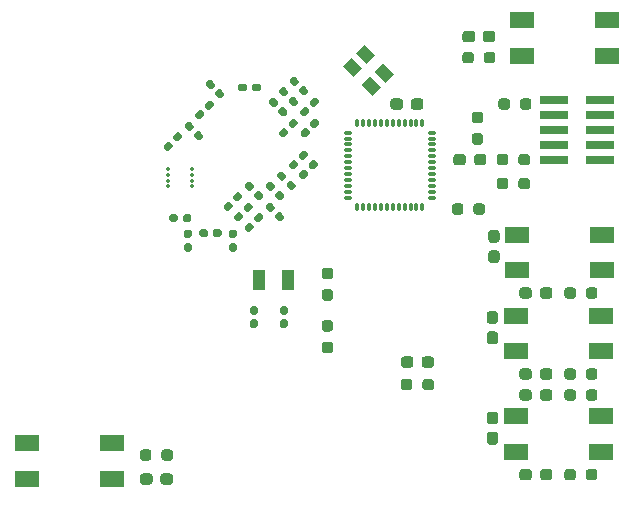
<source format=gbr>
%TF.GenerationSoftware,KiCad,Pcbnew,(5.1.9)-1*%
%TF.CreationDate,2021-09-23T16:30:07-05:00*%
%TF.ProjectId,zigbeeCape,7a696762-6565-4436-9170-652e6b696361,rev?*%
%TF.SameCoordinates,Original*%
%TF.FileFunction,Paste,Top*%
%TF.FilePolarity,Positive*%
%FSLAX46Y46*%
G04 Gerber Fmt 4.6, Leading zero omitted, Abs format (unit mm)*
G04 Created by KiCad (PCBNEW (5.1.9)-1) date 2021-09-23 16:30:07*
%MOMM*%
%LPD*%
G01*
G04 APERTURE LIST*
%ADD10O,0.300000X0.750000*%
%ADD11O,0.750000X0.300000*%
%ADD12R,2.400046X0.739902*%
%ADD13C,0.100000*%
%ADD14R,2.000000X1.400000*%
%ADD15O,0.400000X0.300000*%
%ADD16R,1.000000X1.800000*%
G04 APERTURE END LIST*
D10*
%TO.C,U1*%
X38860000Y37985000D03*
X39360000Y37985000D03*
X39860000Y37985000D03*
X40360000Y37985000D03*
X40860000Y37985000D03*
X41360000Y37985000D03*
X41860000Y37985000D03*
X42360000Y37985000D03*
X42860000Y37985000D03*
X43360000Y37985000D03*
X43860000Y37985000D03*
X44360000Y37985000D03*
D11*
X45135000Y37210000D03*
X45135000Y36710000D03*
X45135000Y36210000D03*
X45135000Y35710000D03*
X45135000Y35210000D03*
X45135000Y34710000D03*
X45135000Y34210000D03*
X45135000Y33710000D03*
X45135000Y33210000D03*
X45135000Y32710000D03*
X45135000Y32210000D03*
X45135000Y31710000D03*
D10*
X44360000Y30935000D03*
X43860000Y30935000D03*
X43360000Y30935000D03*
X42860000Y30935000D03*
X42360000Y30935000D03*
X41860000Y30935000D03*
X41360000Y30935000D03*
X40860000Y30935000D03*
X40360000Y30935000D03*
X39860000Y30935000D03*
X39360000Y30935000D03*
X38860000Y30935000D03*
D11*
X38085000Y31710000D03*
X38085000Y32210000D03*
X38085000Y32710000D03*
X38085000Y33210000D03*
X38085000Y33710000D03*
X38085000Y34210000D03*
X38085000Y34710000D03*
X38085000Y35210000D03*
X38085000Y35710000D03*
X38085000Y36210000D03*
X38085000Y36710000D03*
X38085000Y37210000D03*
%TD*%
%TO.C,C14*%
G36*
G01*
X29944000Y21390000D02*
X30254000Y21390000D01*
G75*
G02*
X30409000Y21235000I0J-155000D01*
G01*
X30409000Y20810000D01*
G75*
G02*
X30254000Y20655000I-155000J0D01*
G01*
X29944000Y20655000D01*
G75*
G02*
X29789000Y20810000I0J155000D01*
G01*
X29789000Y21235000D01*
G75*
G02*
X29944000Y21390000I155000J0D01*
G01*
G37*
G36*
G01*
X29944000Y22525000D02*
X30254000Y22525000D01*
G75*
G02*
X30409000Y22370000I0J-155000D01*
G01*
X30409000Y21945000D01*
G75*
G02*
X30254000Y21790000I-155000J0D01*
G01*
X29944000Y21790000D01*
G75*
G02*
X29789000Y21945000I0J155000D01*
G01*
X29789000Y22370000D01*
G75*
G02*
X29944000Y22525000I155000J0D01*
G01*
G37*
%TD*%
%TO.C,C12*%
G36*
G01*
X32484000Y21390000D02*
X32794000Y21390000D01*
G75*
G02*
X32949000Y21235000I0J-155000D01*
G01*
X32949000Y20810000D01*
G75*
G02*
X32794000Y20655000I-155000J0D01*
G01*
X32484000Y20655000D01*
G75*
G02*
X32329000Y20810000I0J155000D01*
G01*
X32329000Y21235000D01*
G75*
G02*
X32484000Y21390000I155000J0D01*
G01*
G37*
G36*
G01*
X32484000Y22525000D02*
X32794000Y22525000D01*
G75*
G02*
X32949000Y22370000I0J-155000D01*
G01*
X32949000Y21945000D01*
G75*
G02*
X32794000Y21790000I-155000J0D01*
G01*
X32484000Y21790000D01*
G75*
G02*
X32329000Y21945000I0J155000D01*
G01*
X32329000Y22370000D01*
G75*
G02*
X32484000Y22525000I155000J0D01*
G01*
G37*
%TD*%
D12*
%TO.C,J1*%
X55504080Y34876994D03*
X59403996Y34876994D03*
X55504080Y36146994D03*
X59403996Y36146994D03*
X55504080Y37416994D03*
X59403996Y37416994D03*
X55504080Y38686740D03*
X59403996Y38686994D03*
X55504080Y39956990D03*
X59403996Y39956740D03*
%TD*%
%TO.C,C5*%
G36*
G01*
X41653000Y39386500D02*
X41653000Y39861500D01*
G75*
G02*
X41890500Y40099000I237500J0D01*
G01*
X42490500Y40099000D01*
G75*
G02*
X42728000Y39861500I0J-237500D01*
G01*
X42728000Y39386500D01*
G75*
G02*
X42490500Y39149000I-237500J0D01*
G01*
X41890500Y39149000D01*
G75*
G02*
X41653000Y39386500I0J237500D01*
G01*
G37*
G36*
G01*
X43378000Y39386500D02*
X43378000Y39861500D01*
G75*
G02*
X43615500Y40099000I237500J0D01*
G01*
X44215500Y40099000D01*
G75*
G02*
X44453000Y39861500I0J-237500D01*
G01*
X44453000Y39386500D01*
G75*
G02*
X44215500Y39149000I-237500J0D01*
G01*
X43615500Y39149000D01*
G75*
G02*
X43378000Y39386500I0J237500D01*
G01*
G37*
%TD*%
%TO.C,L12*%
G36*
G01*
X26226000Y28862000D02*
X26226000Y28542000D01*
G75*
G02*
X26066000Y28382000I-160000J0D01*
G01*
X25621000Y28382000D01*
G75*
G02*
X25461000Y28542000I0J160000D01*
G01*
X25461000Y28862000D01*
G75*
G02*
X25621000Y29022000I160000J0D01*
G01*
X26066000Y29022000D01*
G75*
G02*
X26226000Y28862000I0J-160000D01*
G01*
G37*
G36*
G01*
X27371000Y28862000D02*
X27371000Y28542000D01*
G75*
G02*
X27211000Y28382000I-160000J0D01*
G01*
X26766000Y28382000D01*
G75*
G02*
X26606000Y28542000I0J160000D01*
G01*
X26606000Y28862000D01*
G75*
G02*
X26766000Y29022000I160000J0D01*
G01*
X27211000Y29022000D01*
G75*
G02*
X27371000Y28862000I0J-160000D01*
G01*
G37*
%TD*%
%TO.C,L11*%
G36*
G01*
X29851512Y29569786D02*
X30077786Y29343512D01*
G75*
G02*
X30077786Y29117238I-113137J-113137D01*
G01*
X29763124Y28802576D01*
G75*
G02*
X29536850Y28802576I-113137J113137D01*
G01*
X29310576Y29028850D01*
G75*
G02*
X29310576Y29255124I113137J113137D01*
G01*
X29625238Y29569786D01*
G75*
G02*
X29851512Y29569786I113137J-113137D01*
G01*
G37*
G36*
G01*
X30661150Y30379424D02*
X30887424Y30153150D01*
G75*
G02*
X30887424Y29926876I-113137J-113137D01*
G01*
X30572762Y29612214D01*
G75*
G02*
X30346488Y29612214I-113137J113137D01*
G01*
X30120214Y29838488D01*
G75*
G02*
X30120214Y30064762I113137J113137D01*
G01*
X30434876Y30379424D01*
G75*
G02*
X30661150Y30379424I113137J-113137D01*
G01*
G37*
%TD*%
%TO.C,L9*%
G36*
G01*
X30120214Y32010512D02*
X30346488Y32236786D01*
G75*
G02*
X30572762Y32236786I113137J-113137D01*
G01*
X30887424Y31922124D01*
G75*
G02*
X30887424Y31695850I-113137J-113137D01*
G01*
X30661150Y31469576D01*
G75*
G02*
X30434876Y31469576I-113137J113137D01*
G01*
X30120214Y31784238D01*
G75*
G02*
X30120214Y32010512I113137J113137D01*
G01*
G37*
G36*
G01*
X29310576Y32820150D02*
X29536850Y33046424D01*
G75*
G02*
X29763124Y33046424I113137J-113137D01*
G01*
X30077786Y32731762D01*
G75*
G02*
X30077786Y32505488I-113137J-113137D01*
G01*
X29851512Y32279214D01*
G75*
G02*
X29625238Y32279214I-113137J113137D01*
G01*
X29310576Y32593876D01*
G75*
G02*
X29310576Y32820150I113137J113137D01*
G01*
G37*
%TD*%
%TO.C,L8*%
G36*
G01*
X31898214Y32010512D02*
X32124488Y32236786D01*
G75*
G02*
X32350762Y32236786I113137J-113137D01*
G01*
X32665424Y31922124D01*
G75*
G02*
X32665424Y31695850I-113137J-113137D01*
G01*
X32439150Y31469576D01*
G75*
G02*
X32212876Y31469576I-113137J113137D01*
G01*
X31898214Y31784238D01*
G75*
G02*
X31898214Y32010512I113137J113137D01*
G01*
G37*
G36*
G01*
X31088576Y32820150D02*
X31314850Y33046424D01*
G75*
G02*
X31541124Y33046424I113137J-113137D01*
G01*
X31855786Y32731762D01*
G75*
G02*
X31855786Y32505488I-113137J-113137D01*
G01*
X31629512Y32279214D01*
G75*
G02*
X31403238Y32279214I-113137J113137D01*
G01*
X31088576Y32593876D01*
G75*
G02*
X31088576Y32820150I113137J113137D01*
G01*
G37*
%TD*%
%TO.C,L6*%
G36*
G01*
X34452512Y34058786D02*
X34678786Y33832512D01*
G75*
G02*
X34678786Y33606238I-113137J-113137D01*
G01*
X34364124Y33291576D01*
G75*
G02*
X34137850Y33291576I-113137J113137D01*
G01*
X33911576Y33517850D01*
G75*
G02*
X33911576Y33744124I113137J113137D01*
G01*
X34226238Y34058786D01*
G75*
G02*
X34452512Y34058786I113137J-113137D01*
G01*
G37*
G36*
G01*
X35262150Y34868424D02*
X35488424Y34642150D01*
G75*
G02*
X35488424Y34415876I-113137J-113137D01*
G01*
X35173762Y34101214D01*
G75*
G02*
X34947488Y34101214I-113137J113137D01*
G01*
X34721214Y34327488D01*
G75*
G02*
X34721214Y34553762I113137J113137D01*
G01*
X35035876Y34868424D01*
G75*
G02*
X35262150Y34868424I113137J-113137D01*
G01*
G37*
%TD*%
%TO.C,L5*%
G36*
G01*
X33612512Y34868786D02*
X33838786Y34642512D01*
G75*
G02*
X33838786Y34416238I-113137J-113137D01*
G01*
X33524124Y34101576D01*
G75*
G02*
X33297850Y34101576I-113137J113137D01*
G01*
X33071576Y34327850D01*
G75*
G02*
X33071576Y34554124I113137J113137D01*
G01*
X33386238Y34868786D01*
G75*
G02*
X33612512Y34868786I113137J-113137D01*
G01*
G37*
G36*
G01*
X34422150Y35678424D02*
X34648424Y35452150D01*
G75*
G02*
X34648424Y35225876I-113137J-113137D01*
G01*
X34333762Y34911214D01*
G75*
G02*
X34107488Y34911214I-113137J113137D01*
G01*
X33881214Y35137488D01*
G75*
G02*
X33881214Y35363762I113137J113137D01*
G01*
X34195876Y35678424D01*
G75*
G02*
X34422150Y35678424I113137J-113137D01*
G01*
G37*
%TD*%
%TO.C,L2*%
G36*
G01*
X34592512Y37570786D02*
X34818786Y37344512D01*
G75*
G02*
X34818786Y37118238I-113137J-113137D01*
G01*
X34504124Y36803576D01*
G75*
G02*
X34277850Y36803576I-113137J113137D01*
G01*
X34051576Y37029850D01*
G75*
G02*
X34051576Y37256124I113137J113137D01*
G01*
X34366238Y37570786D01*
G75*
G02*
X34592512Y37570786I113137J-113137D01*
G01*
G37*
G36*
G01*
X35402150Y38380424D02*
X35628424Y38154150D01*
G75*
G02*
X35628424Y37927876I-113137J-113137D01*
G01*
X35313762Y37613214D01*
G75*
G02*
X35087488Y37613214I-113137J113137D01*
G01*
X34861214Y37839488D01*
G75*
G02*
X34861214Y38065762I113137J113137D01*
G01*
X35175876Y38380424D01*
G75*
G02*
X35402150Y38380424I113137J-113137D01*
G01*
G37*
%TD*%
%TO.C,C29*%
G36*
G01*
X23676000Y30127000D02*
X23676000Y29817000D01*
G75*
G02*
X23521000Y29662000I-155000J0D01*
G01*
X23096000Y29662000D01*
G75*
G02*
X22941000Y29817000I0J155000D01*
G01*
X22941000Y30127000D01*
G75*
G02*
X23096000Y30282000I155000J0D01*
G01*
X23521000Y30282000D01*
G75*
G02*
X23676000Y30127000I0J-155000D01*
G01*
G37*
G36*
G01*
X24811000Y30127000D02*
X24811000Y29817000D01*
G75*
G02*
X24656000Y29662000I-155000J0D01*
G01*
X24231000Y29662000D01*
G75*
G02*
X24076000Y29817000I0J155000D01*
G01*
X24076000Y30127000D01*
G75*
G02*
X24231000Y30282000I155000J0D01*
G01*
X24656000Y30282000D01*
G75*
G02*
X24811000Y30127000I0J-155000D01*
G01*
G37*
%TD*%
%TO.C,C28*%
G36*
G01*
X24356000Y27867000D02*
X24666000Y27867000D01*
G75*
G02*
X24821000Y27712000I0J-155000D01*
G01*
X24821000Y27287000D01*
G75*
G02*
X24666000Y27132000I-155000J0D01*
G01*
X24356000Y27132000D01*
G75*
G02*
X24201000Y27287000I0J155000D01*
G01*
X24201000Y27712000D01*
G75*
G02*
X24356000Y27867000I155000J0D01*
G01*
G37*
G36*
G01*
X24356000Y29002000D02*
X24666000Y29002000D01*
G75*
G02*
X24821000Y28847000I0J-155000D01*
G01*
X24821000Y28422000D01*
G75*
G02*
X24666000Y28267000I-155000J0D01*
G01*
X24356000Y28267000D01*
G75*
G02*
X24201000Y28422000I0J155000D01*
G01*
X24201000Y28847000D01*
G75*
G02*
X24356000Y29002000I155000J0D01*
G01*
G37*
%TD*%
%TO.C,C27*%
G36*
G01*
X28166000Y27867000D02*
X28476000Y27867000D01*
G75*
G02*
X28631000Y27712000I0J-155000D01*
G01*
X28631000Y27287000D01*
G75*
G02*
X28476000Y27132000I-155000J0D01*
G01*
X28166000Y27132000D01*
G75*
G02*
X28011000Y27287000I0J155000D01*
G01*
X28011000Y27712000D01*
G75*
G02*
X28166000Y27867000I155000J0D01*
G01*
G37*
G36*
G01*
X28166000Y29002000D02*
X28476000Y29002000D01*
G75*
G02*
X28631000Y28847000I0J-155000D01*
G01*
X28631000Y28422000D01*
G75*
G02*
X28476000Y28267000I-155000J0D01*
G01*
X28166000Y28267000D01*
G75*
G02*
X28011000Y28422000I0J155000D01*
G01*
X28011000Y28847000D01*
G75*
G02*
X28166000Y29002000I155000J0D01*
G01*
G37*
%TD*%
%TO.C,C26*%
G36*
G01*
X22989978Y36417181D02*
X23209181Y36197978D01*
G75*
G02*
X23209181Y35978774I-109602J-109602D01*
G01*
X22908660Y35678253D01*
G75*
G02*
X22689456Y35678253I-109602J109602D01*
G01*
X22470253Y35897456D01*
G75*
G02*
X22470253Y36116660I109602J109602D01*
G01*
X22770774Y36417181D01*
G75*
G02*
X22989978Y36417181I109602J-109602D01*
G01*
G37*
G36*
G01*
X23792544Y37219747D02*
X24011747Y37000544D01*
G75*
G02*
X24011747Y36781340I-109602J-109602D01*
G01*
X23711226Y36480819D01*
G75*
G02*
X23492022Y36480819I-109602J109602D01*
G01*
X23272819Y36700022D01*
G75*
G02*
X23272819Y36919226I109602J109602D01*
G01*
X23573340Y37219747D01*
G75*
G02*
X23792544Y37219747I109602J-109602D01*
G01*
G37*
%TD*%
%TO.C,C25*%
G36*
G01*
X25050819Y37086978D02*
X25270022Y37306181D01*
G75*
G02*
X25489226Y37306181I109602J-109602D01*
G01*
X25789747Y37005660D01*
G75*
G02*
X25789747Y36786456I-109602J-109602D01*
G01*
X25570544Y36567253D01*
G75*
G02*
X25351340Y36567253I-109602J109602D01*
G01*
X25050819Y36867774D01*
G75*
G02*
X25050819Y37086978I109602J109602D01*
G01*
G37*
G36*
G01*
X24248253Y37889544D02*
X24467456Y38108747D01*
G75*
G02*
X24686660Y38108747I109602J-109602D01*
G01*
X24987181Y37808226D01*
G75*
G02*
X24987181Y37589022I-109602J-109602D01*
G01*
X24767978Y37369819D01*
G75*
G02*
X24548774Y37369819I-109602J109602D01*
G01*
X24248253Y37670340D01*
G75*
G02*
X24248253Y37889544I109602J109602D01*
G01*
G37*
%TD*%
%TO.C,C24*%
G36*
G01*
X28958978Y30448181D02*
X29178181Y30228978D01*
G75*
G02*
X29178181Y30009774I-109602J-109602D01*
G01*
X28877660Y29709253D01*
G75*
G02*
X28658456Y29709253I-109602J109602D01*
G01*
X28439253Y29928456D01*
G75*
G02*
X28439253Y30147660I109602J109602D01*
G01*
X28739774Y30448181D01*
G75*
G02*
X28958978Y30448181I109602J-109602D01*
G01*
G37*
G36*
G01*
X29761544Y31250747D02*
X29980747Y31031544D01*
G75*
G02*
X29980747Y30812340I-109602J-109602D01*
G01*
X29680226Y30511819D01*
G75*
G02*
X29461022Y30511819I-109602J109602D01*
G01*
X29241819Y30731022D01*
G75*
G02*
X29241819Y30950226I109602J109602D01*
G01*
X29542340Y31250747D01*
G75*
G02*
X29761544Y31250747I109602J-109602D01*
G01*
G37*
%TD*%
%TO.C,C23*%
G36*
G01*
X31908819Y30228978D02*
X32128022Y30448181D01*
G75*
G02*
X32347226Y30448181I109602J-109602D01*
G01*
X32647747Y30147660D01*
G75*
G02*
X32647747Y29928456I-109602J-109602D01*
G01*
X32428544Y29709253D01*
G75*
G02*
X32209340Y29709253I-109602J109602D01*
G01*
X31908819Y30009774D01*
G75*
G02*
X31908819Y30228978I109602J109602D01*
G01*
G37*
G36*
G01*
X31106253Y31031544D02*
X31325456Y31250747D01*
G75*
G02*
X31544660Y31250747I109602J-109602D01*
G01*
X31845181Y30950226D01*
G75*
G02*
X31845181Y30731022I-109602J-109602D01*
G01*
X31625978Y30511819D01*
G75*
G02*
X31406774Y30511819I-109602J109602D01*
G01*
X31106253Y30812340D01*
G75*
G02*
X31106253Y31031544I109602J109602D01*
G01*
G37*
%TD*%
%TO.C,C22*%
G36*
G01*
X28572022Y31400819D02*
X28352819Y31620022D01*
G75*
G02*
X28352819Y31839226I109602J109602D01*
G01*
X28653340Y32139747D01*
G75*
G02*
X28872544Y32139747I109602J-109602D01*
G01*
X29091747Y31920544D01*
G75*
G02*
X29091747Y31701340I-109602J-109602D01*
G01*
X28791226Y31400819D01*
G75*
G02*
X28572022Y31400819I-109602J109602D01*
G01*
G37*
G36*
G01*
X27769456Y30598253D02*
X27550253Y30817456D01*
G75*
G02*
X27550253Y31036660I109602J109602D01*
G01*
X27850774Y31337181D01*
G75*
G02*
X28069978Y31337181I109602J-109602D01*
G01*
X28289181Y31117978D01*
G75*
G02*
X28289181Y30898774I-109602J-109602D01*
G01*
X27988660Y30598253D01*
G75*
G02*
X27769456Y30598253I-109602J109602D01*
G01*
G37*
%TD*%
%TO.C,C21*%
G36*
G01*
X26765181Y41145022D02*
X26545978Y40925819D01*
G75*
G02*
X26326774Y40925819I-109602J109602D01*
G01*
X26026253Y41226340D01*
G75*
G02*
X26026253Y41445544I109602J109602D01*
G01*
X26245456Y41664747D01*
G75*
G02*
X26464660Y41664747I109602J-109602D01*
G01*
X26765181Y41364226D01*
G75*
G02*
X26765181Y41145022I-109602J-109602D01*
G01*
G37*
G36*
G01*
X27567747Y40342456D02*
X27348544Y40123253D01*
G75*
G02*
X27129340Y40123253I-109602J109602D01*
G01*
X26828819Y40423774D01*
G75*
G02*
X26828819Y40642978I109602J109602D01*
G01*
X27048022Y40862181D01*
G75*
G02*
X27267226Y40862181I109602J-109602D01*
G01*
X27567747Y40561660D01*
G75*
G02*
X27567747Y40342456I-109602J-109602D01*
G01*
G37*
%TD*%
%TO.C,C20*%
G36*
G01*
X32881819Y32868978D02*
X33101022Y33088181D01*
G75*
G02*
X33320226Y33088181I109602J-109602D01*
G01*
X33620747Y32787660D01*
G75*
G02*
X33620747Y32568456I-109602J-109602D01*
G01*
X33401544Y32349253D01*
G75*
G02*
X33182340Y32349253I-109602J109602D01*
G01*
X32881819Y32649774D01*
G75*
G02*
X32881819Y32868978I109602J109602D01*
G01*
G37*
G36*
G01*
X32079253Y33671544D02*
X32298456Y33890747D01*
G75*
G02*
X32517660Y33890747I109602J-109602D01*
G01*
X32818181Y33590226D01*
G75*
G02*
X32818181Y33371022I-109602J-109602D01*
G01*
X32598978Y33151819D01*
G75*
G02*
X32379774Y33151819I-109602J109602D01*
G01*
X32079253Y33452340D01*
G75*
G02*
X32079253Y33671544I109602J109602D01*
G01*
G37*
%TD*%
%TO.C,C19*%
G36*
G01*
X32988181Y40510022D02*
X32768978Y40290819D01*
G75*
G02*
X32549774Y40290819I-109602J109602D01*
G01*
X32249253Y40591340D01*
G75*
G02*
X32249253Y40810544I109602J109602D01*
G01*
X32468456Y41029747D01*
G75*
G02*
X32687660Y41029747I109602J-109602D01*
G01*
X32988181Y40729226D01*
G75*
G02*
X32988181Y40510022I-109602J-109602D01*
G01*
G37*
G36*
G01*
X33790747Y39707456D02*
X33571544Y39488253D01*
G75*
G02*
X33352340Y39488253I-109602J109602D01*
G01*
X33051819Y39788774D01*
G75*
G02*
X33051819Y40007978I109602J109602D01*
G01*
X33271022Y40227181D01*
G75*
G02*
X33490226Y40227181I109602J-109602D01*
G01*
X33790747Y39926660D01*
G75*
G02*
X33790747Y39707456I-109602J-109602D01*
G01*
G37*
%TD*%
%TO.C,C18*%
G36*
G01*
X32768978Y37560181D02*
X32988181Y37340978D01*
G75*
G02*
X32988181Y37121774I-109602J-109602D01*
G01*
X32687660Y36821253D01*
G75*
G02*
X32468456Y36821253I-109602J109602D01*
G01*
X32249253Y37040456D01*
G75*
G02*
X32249253Y37259660I109602J109602D01*
G01*
X32549774Y37560181D01*
G75*
G02*
X32768978Y37560181I109602J-109602D01*
G01*
G37*
G36*
G01*
X33571544Y38362747D02*
X33790747Y38143544D01*
G75*
G02*
X33790747Y37924340I-109602J-109602D01*
G01*
X33490226Y37623819D01*
G75*
G02*
X33271022Y37623819I-109602J109602D01*
G01*
X33051819Y37843022D01*
G75*
G02*
X33051819Y38062226I109602J109602D01*
G01*
X33352340Y38362747D01*
G75*
G02*
X33571544Y38362747I109602J-109602D01*
G01*
G37*
%TD*%
%TO.C,C17*%
G36*
G01*
X33940819Y40896978D02*
X34160022Y41116181D01*
G75*
G02*
X34379226Y41116181I109602J-109602D01*
G01*
X34679747Y40815660D01*
G75*
G02*
X34679747Y40596456I-109602J-109602D01*
G01*
X34460544Y40377253D01*
G75*
G02*
X34241340Y40377253I-109602J109602D01*
G01*
X33940819Y40677774D01*
G75*
G02*
X33940819Y40896978I109602J109602D01*
G01*
G37*
G36*
G01*
X33138253Y41699544D02*
X33357456Y41918747D01*
G75*
G02*
X33576660Y41918747I109602J-109602D01*
G01*
X33877181Y41618226D01*
G75*
G02*
X33877181Y41399022I-109602J-109602D01*
G01*
X33657978Y41179819D01*
G75*
G02*
X33438774Y41179819I-109602J109602D01*
G01*
X33138253Y41480340D01*
G75*
G02*
X33138253Y41699544I109602J109602D01*
G01*
G37*
%TD*%
D13*
%TO.C,Y2*%
G36*
X38552175Y41940703D02*
G01*
X37632936Y42859942D01*
X38340043Y43567049D01*
X39259282Y42647810D01*
X38552175Y41940703D01*
G37*
G36*
X40143165Y40349712D02*
G01*
X39223926Y41268951D01*
X39931033Y41976058D01*
X40850272Y41056819D01*
X40143165Y40349712D01*
G37*
G36*
X41239181Y41445728D02*
G01*
X40319942Y42364967D01*
X41027049Y43072074D01*
X41946288Y42152835D01*
X41239181Y41445728D01*
G37*
G36*
X39648190Y43036718D02*
G01*
X38728951Y43955957D01*
X39436058Y44663064D01*
X40355297Y43743825D01*
X39648190Y43036718D01*
G37*
%TD*%
D14*
%TO.C,SW1*%
X52407000Y25551000D03*
X59607000Y25551000D03*
X52407000Y28551000D03*
X59607000Y28551000D03*
%TD*%
%TO.C,D3*%
G36*
G01*
X48037000Y35162500D02*
X48037000Y34687500D01*
G75*
G02*
X47799500Y34450000I-237500J0D01*
G01*
X47224500Y34450000D01*
G75*
G02*
X46987000Y34687500I0J237500D01*
G01*
X46987000Y35162500D01*
G75*
G02*
X47224500Y35400000I237500J0D01*
G01*
X47799500Y35400000D01*
G75*
G02*
X48037000Y35162500I0J-237500D01*
G01*
G37*
G36*
G01*
X49787000Y35162500D02*
X49787000Y34687500D01*
G75*
G02*
X49549500Y34450000I-237500J0D01*
G01*
X48974500Y34450000D01*
G75*
G02*
X48737000Y34687500I0J237500D01*
G01*
X48737000Y35162500D01*
G75*
G02*
X48974500Y35400000I237500J0D01*
G01*
X49549500Y35400000D01*
G75*
G02*
X49787000Y35162500I0J-237500D01*
G01*
G37*
%TD*%
%TO.C,C1*%
G36*
G01*
X50054500Y13592000D02*
X50529500Y13592000D01*
G75*
G02*
X50767000Y13354500I0J-237500D01*
G01*
X50767000Y12754500D01*
G75*
G02*
X50529500Y12517000I-237500J0D01*
G01*
X50054500Y12517000D01*
G75*
G02*
X49817000Y12754500I0J237500D01*
G01*
X49817000Y13354500D01*
G75*
G02*
X50054500Y13592000I237500J0D01*
G01*
G37*
G36*
G01*
X50054500Y11867000D02*
X50529500Y11867000D01*
G75*
G02*
X50767000Y11629500I0J-237500D01*
G01*
X50767000Y11029500D01*
G75*
G02*
X50529500Y10792000I-237500J0D01*
G01*
X50054500Y10792000D01*
G75*
G02*
X49817000Y11029500I0J237500D01*
G01*
X49817000Y11629500D01*
G75*
G02*
X50054500Y11867000I237500J0D01*
G01*
G37*
%TD*%
%TO.C,C2*%
G36*
G01*
X50656500Y27884000D02*
X50181500Y27884000D01*
G75*
G02*
X49944000Y28121500I0J237500D01*
G01*
X49944000Y28721500D01*
G75*
G02*
X50181500Y28959000I237500J0D01*
G01*
X50656500Y28959000D01*
G75*
G02*
X50894000Y28721500I0J-237500D01*
G01*
X50894000Y28121500D01*
G75*
G02*
X50656500Y27884000I-237500J0D01*
G01*
G37*
G36*
G01*
X50656500Y26159000D02*
X50181500Y26159000D01*
G75*
G02*
X49944000Y26396500I0J237500D01*
G01*
X49944000Y26996500D01*
G75*
G02*
X50181500Y27234000I237500J0D01*
G01*
X50656500Y27234000D01*
G75*
G02*
X50894000Y26996500I0J-237500D01*
G01*
X50894000Y26396500D01*
G75*
G02*
X50656500Y26159000I-237500J0D01*
G01*
G37*
%TD*%
%TO.C,C3*%
G36*
G01*
X50054500Y22101000D02*
X50529500Y22101000D01*
G75*
G02*
X50767000Y21863500I0J-237500D01*
G01*
X50767000Y21263500D01*
G75*
G02*
X50529500Y21026000I-237500J0D01*
G01*
X50054500Y21026000D01*
G75*
G02*
X49817000Y21263500I0J237500D01*
G01*
X49817000Y21863500D01*
G75*
G02*
X50054500Y22101000I237500J0D01*
G01*
G37*
G36*
G01*
X50054500Y20376000D02*
X50529500Y20376000D01*
G75*
G02*
X50767000Y20138500I0J-237500D01*
G01*
X50767000Y19538500D01*
G75*
G02*
X50529500Y19301000I-237500J0D01*
G01*
X50054500Y19301000D01*
G75*
G02*
X49817000Y19538500I0J237500D01*
G01*
X49817000Y20138500D01*
G75*
G02*
X50054500Y20376000I237500J0D01*
G01*
G37*
%TD*%
%TO.C,C4*%
G36*
G01*
X20444000Y7636500D02*
X20444000Y8111500D01*
G75*
G02*
X20681500Y8349000I237500J0D01*
G01*
X21281500Y8349000D01*
G75*
G02*
X21519000Y8111500I0J-237500D01*
G01*
X21519000Y7636500D01*
G75*
G02*
X21281500Y7399000I-237500J0D01*
G01*
X20681500Y7399000D01*
G75*
G02*
X20444000Y7636500I0J237500D01*
G01*
G37*
G36*
G01*
X22169000Y7636500D02*
X22169000Y8111500D01*
G75*
G02*
X22406500Y8349000I237500J0D01*
G01*
X23006500Y8349000D01*
G75*
G02*
X23244000Y8111500I0J-237500D01*
G01*
X23244000Y7636500D01*
G75*
G02*
X23006500Y7399000I-237500J0D01*
G01*
X22406500Y7399000D01*
G75*
G02*
X22169000Y7636500I0J237500D01*
G01*
G37*
%TD*%
%TO.C,C7*%
G36*
G01*
X50549000Y45576500D02*
X50549000Y45101500D01*
G75*
G02*
X50311500Y44864000I-237500J0D01*
G01*
X49711500Y44864000D01*
G75*
G02*
X49474000Y45101500I0J237500D01*
G01*
X49474000Y45576500D01*
G75*
G02*
X49711500Y45814000I237500J0D01*
G01*
X50311500Y45814000D01*
G75*
G02*
X50549000Y45576500I0J-237500D01*
G01*
G37*
G36*
G01*
X48824000Y45576500D02*
X48824000Y45101500D01*
G75*
G02*
X48586500Y44864000I-237500J0D01*
G01*
X47986500Y44864000D01*
G75*
G02*
X47749000Y45101500I0J237500D01*
G01*
X47749000Y45576500D01*
G75*
G02*
X47986500Y45814000I237500J0D01*
G01*
X48586500Y45814000D01*
G75*
G02*
X48824000Y45576500I0J-237500D01*
G01*
G37*
%TD*%
%TO.C,D1*%
G36*
G01*
X55375000Y15223500D02*
X55375000Y14748500D01*
G75*
G02*
X55137500Y14511000I-237500J0D01*
G01*
X54562500Y14511000D01*
G75*
G02*
X54325000Y14748500I0J237500D01*
G01*
X54325000Y15223500D01*
G75*
G02*
X54562500Y15461000I237500J0D01*
G01*
X55137500Y15461000D01*
G75*
G02*
X55375000Y15223500I0J-237500D01*
G01*
G37*
G36*
G01*
X53625000Y15223500D02*
X53625000Y14748500D01*
G75*
G02*
X53387500Y14511000I-237500J0D01*
G01*
X52812500Y14511000D01*
G75*
G02*
X52575000Y14748500I0J237500D01*
G01*
X52575000Y15223500D01*
G75*
G02*
X52812500Y15461000I237500J0D01*
G01*
X53387500Y15461000D01*
G75*
G02*
X53625000Y15223500I0J-237500D01*
G01*
G37*
%TD*%
%TO.C,D2*%
G36*
G01*
X53625000Y17001500D02*
X53625000Y16526500D01*
G75*
G02*
X53387500Y16289000I-237500J0D01*
G01*
X52812500Y16289000D01*
G75*
G02*
X52575000Y16526500I0J237500D01*
G01*
X52575000Y17001500D01*
G75*
G02*
X52812500Y17239000I237500J0D01*
G01*
X53387500Y17239000D01*
G75*
G02*
X53625000Y17001500I0J-237500D01*
G01*
G37*
G36*
G01*
X55375000Y17001500D02*
X55375000Y16526500D01*
G75*
G02*
X55137500Y16289000I-237500J0D01*
G01*
X54562500Y16289000D01*
G75*
G02*
X54325000Y16526500I0J237500D01*
G01*
X54325000Y17001500D01*
G75*
G02*
X54562500Y17239000I237500J0D01*
G01*
X55137500Y17239000D01*
G75*
G02*
X55375000Y17001500I0J-237500D01*
G01*
G37*
%TD*%
%TO.C,D4*%
G36*
G01*
X53625000Y23859500D02*
X53625000Y23384500D01*
G75*
G02*
X53387500Y23147000I-237500J0D01*
G01*
X52812500Y23147000D01*
G75*
G02*
X52575000Y23384500I0J237500D01*
G01*
X52575000Y23859500D01*
G75*
G02*
X52812500Y24097000I237500J0D01*
G01*
X53387500Y24097000D01*
G75*
G02*
X53625000Y23859500I0J-237500D01*
G01*
G37*
G36*
G01*
X55375000Y23859500D02*
X55375000Y23384500D01*
G75*
G02*
X55137500Y23147000I-237500J0D01*
G01*
X54562500Y23147000D01*
G75*
G02*
X54325000Y23384500I0J237500D01*
G01*
X54325000Y23859500D01*
G75*
G02*
X54562500Y24097000I237500J0D01*
G01*
X55137500Y24097000D01*
G75*
G02*
X55375000Y23859500I0J-237500D01*
G01*
G37*
%TD*%
%TO.C,D5*%
G36*
G01*
X53625000Y8492500D02*
X53625000Y8017500D01*
G75*
G02*
X53387500Y7780000I-237500J0D01*
G01*
X52812500Y7780000D01*
G75*
G02*
X52575000Y8017500I0J237500D01*
G01*
X52575000Y8492500D01*
G75*
G02*
X52812500Y8730000I237500J0D01*
G01*
X53387500Y8730000D01*
G75*
G02*
X53625000Y8492500I0J-237500D01*
G01*
G37*
G36*
G01*
X55375000Y8492500D02*
X55375000Y8017500D01*
G75*
G02*
X55137500Y7780000I-237500J0D01*
G01*
X54562500Y7780000D01*
G75*
G02*
X54325000Y8017500I0J237500D01*
G01*
X54325000Y8492500D01*
G75*
G02*
X54562500Y8730000I237500J0D01*
G01*
X55137500Y8730000D01*
G75*
G02*
X55375000Y8492500I0J-237500D01*
G01*
G37*
%TD*%
%TO.C,D6*%
G36*
G01*
X42556000Y17542500D02*
X42556000Y18017500D01*
G75*
G02*
X42793500Y18255000I237500J0D01*
G01*
X43368500Y18255000D01*
G75*
G02*
X43606000Y18017500I0J-237500D01*
G01*
X43606000Y17542500D01*
G75*
G02*
X43368500Y17305000I-237500J0D01*
G01*
X42793500Y17305000D01*
G75*
G02*
X42556000Y17542500I0J237500D01*
G01*
G37*
G36*
G01*
X44306000Y17542500D02*
X44306000Y18017500D01*
G75*
G02*
X44543500Y18255000I237500J0D01*
G01*
X45118500Y18255000D01*
G75*
G02*
X45356000Y18017500I0J-237500D01*
G01*
X45356000Y17542500D01*
G75*
G02*
X45118500Y17305000I-237500J0D01*
G01*
X44543500Y17305000D01*
G75*
G02*
X44306000Y17542500I0J237500D01*
G01*
G37*
%TD*%
%TO.C,L3*%
G36*
G01*
X35360150Y40158424D02*
X35586424Y39932150D01*
G75*
G02*
X35586424Y39705876I-113137J-113137D01*
G01*
X35271762Y39391214D01*
G75*
G02*
X35045488Y39391214I-113137J113137D01*
G01*
X34819214Y39617488D01*
G75*
G02*
X34819214Y39843762I113137J113137D01*
G01*
X35133876Y40158424D01*
G75*
G02*
X35360150Y40158424I113137J-113137D01*
G01*
G37*
G36*
G01*
X34550512Y39348786D02*
X34776786Y39122512D01*
G75*
G02*
X34776786Y38896238I-113137J-113137D01*
G01*
X34462124Y38581576D01*
G75*
G02*
X34235850Y38581576I-113137J113137D01*
G01*
X34009576Y38807850D01*
G75*
G02*
X34009576Y39034124I113137J113137D01*
G01*
X34324238Y39348786D01*
G75*
G02*
X34550512Y39348786I113137J-113137D01*
G01*
G37*
%TD*%
%TO.C,L4*%
G36*
G01*
X32109786Y39617488D02*
X31883512Y39391214D01*
G75*
G02*
X31657238Y39391214I-113137J113137D01*
G01*
X31342576Y39705876D01*
G75*
G02*
X31342576Y39932150I113137J113137D01*
G01*
X31568850Y40158424D01*
G75*
G02*
X31795124Y40158424I113137J-113137D01*
G01*
X32109786Y39843762D01*
G75*
G02*
X32109786Y39617488I-113137J-113137D01*
G01*
G37*
G36*
G01*
X32919424Y38807850D02*
X32693150Y38581576D01*
G75*
G02*
X32466876Y38581576I-113137J113137D01*
G01*
X32152214Y38896238D01*
G75*
G02*
X32152214Y39122512I113137J113137D01*
G01*
X32378488Y39348786D01*
G75*
G02*
X32604762Y39348786I113137J-113137D01*
G01*
X32919424Y39034124D01*
G75*
G02*
X32919424Y38807850I-113137J-113137D01*
G01*
G37*
%TD*%
%TO.C,L7*%
G36*
G01*
X30673000Y41181000D02*
X30673000Y40861000D01*
G75*
G02*
X30513000Y40701000I-160000J0D01*
G01*
X30068000Y40701000D01*
G75*
G02*
X29908000Y40861000I0J160000D01*
G01*
X29908000Y41181000D01*
G75*
G02*
X30068000Y41341000I160000J0D01*
G01*
X30513000Y41341000D01*
G75*
G02*
X30673000Y41181000I0J-160000D01*
G01*
G37*
G36*
G01*
X29528000Y41181000D02*
X29528000Y40861000D01*
G75*
G02*
X29368000Y40701000I-160000J0D01*
G01*
X28923000Y40701000D01*
G75*
G02*
X28763000Y40861000I0J160000D01*
G01*
X28763000Y41181000D01*
G75*
G02*
X28923000Y41341000I160000J0D01*
G01*
X29368000Y41341000D01*
G75*
G02*
X29528000Y41181000I0J-160000D01*
G01*
G37*
%TD*%
%TO.C,L10*%
G36*
G01*
X25660512Y39094786D02*
X25886786Y38868512D01*
G75*
G02*
X25886786Y38642238I-113137J-113137D01*
G01*
X25572124Y38327576D01*
G75*
G02*
X25345850Y38327576I-113137J113137D01*
G01*
X25119576Y38553850D01*
G75*
G02*
X25119576Y38780124I113137J113137D01*
G01*
X25434238Y39094786D01*
G75*
G02*
X25660512Y39094786I113137J-113137D01*
G01*
G37*
G36*
G01*
X26470150Y39904424D02*
X26696424Y39678150D01*
G75*
G02*
X26696424Y39451876I-113137J-113137D01*
G01*
X26381762Y39137214D01*
G75*
G02*
X26155488Y39137214I-113137J113137D01*
G01*
X25929214Y39363488D01*
G75*
G02*
X25929214Y39589762I113137J113137D01*
G01*
X26243876Y39904424D01*
G75*
G02*
X26470150Y39904424I113137J-113137D01*
G01*
G37*
%TD*%
%TO.C,R1*%
G36*
G01*
X21419000Y10143500D02*
X21419000Y9668500D01*
G75*
G02*
X21181500Y9431000I-237500J0D01*
G01*
X20681500Y9431000D01*
G75*
G02*
X20444000Y9668500I0J237500D01*
G01*
X20444000Y10143500D01*
G75*
G02*
X20681500Y10381000I237500J0D01*
G01*
X21181500Y10381000D01*
G75*
G02*
X21419000Y10143500I0J-237500D01*
G01*
G37*
G36*
G01*
X23244000Y10143500D02*
X23244000Y9668500D01*
G75*
G02*
X23006500Y9431000I-237500J0D01*
G01*
X22506500Y9431000D01*
G75*
G02*
X22269000Y9668500I0J237500D01*
G01*
X22269000Y10143500D01*
G75*
G02*
X22506500Y10381000I237500J0D01*
G01*
X23006500Y10381000D01*
G75*
G02*
X23244000Y10143500I0J-237500D01*
G01*
G37*
%TD*%
%TO.C,R2*%
G36*
G01*
X51772000Y39861500D02*
X51772000Y39386500D01*
G75*
G02*
X51534500Y39149000I-237500J0D01*
G01*
X51034500Y39149000D01*
G75*
G02*
X50797000Y39386500I0J237500D01*
G01*
X50797000Y39861500D01*
G75*
G02*
X51034500Y40099000I237500J0D01*
G01*
X51534500Y40099000D01*
G75*
G02*
X51772000Y39861500I0J-237500D01*
G01*
G37*
G36*
G01*
X53597000Y39861500D02*
X53597000Y39386500D01*
G75*
G02*
X53359500Y39149000I-237500J0D01*
G01*
X52859500Y39149000D01*
G75*
G02*
X52622000Y39386500I0J237500D01*
G01*
X52622000Y39861500D01*
G75*
G02*
X52859500Y40099000I237500J0D01*
G01*
X53359500Y40099000D01*
G75*
G02*
X53597000Y39861500I0J-237500D01*
G01*
G37*
%TD*%
%TO.C,R3*%
G36*
G01*
X50549000Y43798500D02*
X50549000Y43323500D01*
G75*
G02*
X50311500Y43086000I-237500J0D01*
G01*
X49811500Y43086000D01*
G75*
G02*
X49574000Y43323500I0J237500D01*
G01*
X49574000Y43798500D01*
G75*
G02*
X49811500Y44036000I237500J0D01*
G01*
X50311500Y44036000D01*
G75*
G02*
X50549000Y43798500I0J-237500D01*
G01*
G37*
G36*
G01*
X48724000Y43798500D02*
X48724000Y43323500D01*
G75*
G02*
X48486500Y43086000I-237500J0D01*
G01*
X47986500Y43086000D01*
G75*
G02*
X47749000Y43323500I0J237500D01*
G01*
X47749000Y43798500D01*
G75*
G02*
X47986500Y44036000I237500J0D01*
G01*
X48486500Y44036000D01*
G75*
G02*
X48724000Y43798500I0J-237500D01*
G01*
G37*
%TD*%
%TO.C,R4*%
G36*
G01*
X53470000Y35162500D02*
X53470000Y34687500D01*
G75*
G02*
X53232500Y34450000I-237500J0D01*
G01*
X52732500Y34450000D01*
G75*
G02*
X52495000Y34687500I0J237500D01*
G01*
X52495000Y35162500D01*
G75*
G02*
X52732500Y35400000I237500J0D01*
G01*
X53232500Y35400000D01*
G75*
G02*
X53470000Y35162500I0J-237500D01*
G01*
G37*
G36*
G01*
X51645000Y35162500D02*
X51645000Y34687500D01*
G75*
G02*
X51407500Y34450000I-237500J0D01*
G01*
X50907500Y34450000D01*
G75*
G02*
X50670000Y34687500I0J237500D01*
G01*
X50670000Y35162500D01*
G75*
G02*
X50907500Y35400000I237500J0D01*
G01*
X51407500Y35400000D01*
G75*
G02*
X51645000Y35162500I0J-237500D01*
G01*
G37*
%TD*%
%TO.C,R5*%
G36*
G01*
X47835000Y30971500D02*
X47835000Y30496500D01*
G75*
G02*
X47597500Y30259000I-237500J0D01*
G01*
X47097500Y30259000D01*
G75*
G02*
X46860000Y30496500I0J237500D01*
G01*
X46860000Y30971500D01*
G75*
G02*
X47097500Y31209000I237500J0D01*
G01*
X47597500Y31209000D01*
G75*
G02*
X47835000Y30971500I0J-237500D01*
G01*
G37*
G36*
G01*
X49660000Y30971500D02*
X49660000Y30496500D01*
G75*
G02*
X49422500Y30259000I-237500J0D01*
G01*
X48922500Y30259000D01*
G75*
G02*
X48685000Y30496500I0J237500D01*
G01*
X48685000Y30971500D01*
G75*
G02*
X48922500Y31209000I237500J0D01*
G01*
X49422500Y31209000D01*
G75*
G02*
X49660000Y30971500I0J-237500D01*
G01*
G37*
%TD*%
%TO.C,R6*%
G36*
G01*
X56385000Y14748500D02*
X56385000Y15223500D01*
G75*
G02*
X56622500Y15461000I237500J0D01*
G01*
X57122500Y15461000D01*
G75*
G02*
X57360000Y15223500I0J-237500D01*
G01*
X57360000Y14748500D01*
G75*
G02*
X57122500Y14511000I-237500J0D01*
G01*
X56622500Y14511000D01*
G75*
G02*
X56385000Y14748500I0J237500D01*
G01*
G37*
G36*
G01*
X58210000Y14748500D02*
X58210000Y15223500D01*
G75*
G02*
X58447500Y15461000I237500J0D01*
G01*
X58947500Y15461000D01*
G75*
G02*
X59185000Y15223500I0J-237500D01*
G01*
X59185000Y14748500D01*
G75*
G02*
X58947500Y14511000I-237500J0D01*
G01*
X58447500Y14511000D01*
G75*
G02*
X58210000Y14748500I0J237500D01*
G01*
G37*
%TD*%
%TO.C,R7*%
G36*
G01*
X53470000Y33130500D02*
X53470000Y32655500D01*
G75*
G02*
X53232500Y32418000I-237500J0D01*
G01*
X52732500Y32418000D01*
G75*
G02*
X52495000Y32655500I0J237500D01*
G01*
X52495000Y33130500D01*
G75*
G02*
X52732500Y33368000I237500J0D01*
G01*
X53232500Y33368000D01*
G75*
G02*
X53470000Y33130500I0J-237500D01*
G01*
G37*
G36*
G01*
X51645000Y33130500D02*
X51645000Y32655500D01*
G75*
G02*
X51407500Y32418000I-237500J0D01*
G01*
X50907500Y32418000D01*
G75*
G02*
X50670000Y32655500I0J237500D01*
G01*
X50670000Y33130500D01*
G75*
G02*
X50907500Y33368000I237500J0D01*
G01*
X51407500Y33368000D01*
G75*
G02*
X51645000Y33130500I0J-237500D01*
G01*
G37*
%TD*%
%TO.C,R8*%
G36*
G01*
X58210000Y16526500D02*
X58210000Y17001500D01*
G75*
G02*
X58447500Y17239000I237500J0D01*
G01*
X58947500Y17239000D01*
G75*
G02*
X59185000Y17001500I0J-237500D01*
G01*
X59185000Y16526500D01*
G75*
G02*
X58947500Y16289000I-237500J0D01*
G01*
X58447500Y16289000D01*
G75*
G02*
X58210000Y16526500I0J237500D01*
G01*
G37*
G36*
G01*
X56385000Y16526500D02*
X56385000Y17001500D01*
G75*
G02*
X56622500Y17239000I237500J0D01*
G01*
X57122500Y17239000D01*
G75*
G02*
X57360000Y17001500I0J-237500D01*
G01*
X57360000Y16526500D01*
G75*
G02*
X57122500Y16289000I-237500J0D01*
G01*
X56622500Y16289000D01*
G75*
G02*
X56385000Y16526500I0J237500D01*
G01*
G37*
%TD*%
%TO.C,R9*%
G36*
G01*
X49259500Y36192000D02*
X48784500Y36192000D01*
G75*
G02*
X48547000Y36429500I0J237500D01*
G01*
X48547000Y36929500D01*
G75*
G02*
X48784500Y37167000I237500J0D01*
G01*
X49259500Y37167000D01*
G75*
G02*
X49497000Y36929500I0J-237500D01*
G01*
X49497000Y36429500D01*
G75*
G02*
X49259500Y36192000I-237500J0D01*
G01*
G37*
G36*
G01*
X49259500Y38017000D02*
X48784500Y38017000D01*
G75*
G02*
X48547000Y38254500I0J237500D01*
G01*
X48547000Y38754500D01*
G75*
G02*
X48784500Y38992000I237500J0D01*
G01*
X49259500Y38992000D01*
G75*
G02*
X49497000Y38754500I0J-237500D01*
G01*
X49497000Y38254500D01*
G75*
G02*
X49259500Y38017000I-237500J0D01*
G01*
G37*
%TD*%
%TO.C,R10*%
G36*
G01*
X58210000Y23384500D02*
X58210000Y23859500D01*
G75*
G02*
X58447500Y24097000I237500J0D01*
G01*
X58947500Y24097000D01*
G75*
G02*
X59185000Y23859500I0J-237500D01*
G01*
X59185000Y23384500D01*
G75*
G02*
X58947500Y23147000I-237500J0D01*
G01*
X58447500Y23147000D01*
G75*
G02*
X58210000Y23384500I0J237500D01*
G01*
G37*
G36*
G01*
X56385000Y23384500D02*
X56385000Y23859500D01*
G75*
G02*
X56622500Y24097000I237500J0D01*
G01*
X57122500Y24097000D01*
G75*
G02*
X57360000Y23859500I0J-237500D01*
G01*
X57360000Y23384500D01*
G75*
G02*
X57122500Y23147000I-237500J0D01*
G01*
X56622500Y23147000D01*
G75*
G02*
X56385000Y23384500I0J237500D01*
G01*
G37*
%TD*%
%TO.C,R11*%
G36*
G01*
X56385000Y8017500D02*
X56385000Y8492500D01*
G75*
G02*
X56622500Y8730000I237500J0D01*
G01*
X57122500Y8730000D01*
G75*
G02*
X57360000Y8492500I0J-237500D01*
G01*
X57360000Y8017500D01*
G75*
G02*
X57122500Y7780000I-237500J0D01*
G01*
X56622500Y7780000D01*
G75*
G02*
X56385000Y8017500I0J237500D01*
G01*
G37*
G36*
G01*
X58210000Y8017500D02*
X58210000Y8492500D01*
G75*
G02*
X58447500Y8730000I237500J0D01*
G01*
X58947500Y8730000D01*
G75*
G02*
X59185000Y8492500I0J-237500D01*
G01*
X59185000Y8017500D01*
G75*
G02*
X58947500Y7780000I-237500J0D01*
G01*
X58447500Y7780000D01*
G75*
G02*
X58210000Y8017500I0J237500D01*
G01*
G37*
%TD*%
%TO.C,R12*%
G36*
G01*
X44367000Y15637500D02*
X44367000Y16112500D01*
G75*
G02*
X44604500Y16350000I237500J0D01*
G01*
X45104500Y16350000D01*
G75*
G02*
X45342000Y16112500I0J-237500D01*
G01*
X45342000Y15637500D01*
G75*
G02*
X45104500Y15400000I-237500J0D01*
G01*
X44604500Y15400000D01*
G75*
G02*
X44367000Y15637500I0J237500D01*
G01*
G37*
G36*
G01*
X42542000Y15637500D02*
X42542000Y16112500D01*
G75*
G02*
X42779500Y16350000I237500J0D01*
G01*
X43279500Y16350000D01*
G75*
G02*
X43517000Y16112500I0J-237500D01*
G01*
X43517000Y15637500D01*
G75*
G02*
X43279500Y15400000I-237500J0D01*
G01*
X42779500Y15400000D01*
G75*
G02*
X42542000Y15637500I0J237500D01*
G01*
G37*
%TD*%
%TO.C,R17*%
G36*
G01*
X36559500Y22984000D02*
X36084500Y22984000D01*
G75*
G02*
X35847000Y23221500I0J237500D01*
G01*
X35847000Y23721500D01*
G75*
G02*
X36084500Y23959000I237500J0D01*
G01*
X36559500Y23959000D01*
G75*
G02*
X36797000Y23721500I0J-237500D01*
G01*
X36797000Y23221500D01*
G75*
G02*
X36559500Y22984000I-237500J0D01*
G01*
G37*
G36*
G01*
X36559500Y24809000D02*
X36084500Y24809000D01*
G75*
G02*
X35847000Y25046500I0J237500D01*
G01*
X35847000Y25546500D01*
G75*
G02*
X36084500Y25784000I237500J0D01*
G01*
X36559500Y25784000D01*
G75*
G02*
X36797000Y25546500I0J-237500D01*
G01*
X36797000Y25046500D01*
G75*
G02*
X36559500Y24809000I-237500J0D01*
G01*
G37*
%TD*%
%TO.C,R19*%
G36*
G01*
X36084500Y19514000D02*
X36559500Y19514000D01*
G75*
G02*
X36797000Y19276500I0J-237500D01*
G01*
X36797000Y18776500D01*
G75*
G02*
X36559500Y18539000I-237500J0D01*
G01*
X36084500Y18539000D01*
G75*
G02*
X35847000Y18776500I0J237500D01*
G01*
X35847000Y19276500D01*
G75*
G02*
X36084500Y19514000I237500J0D01*
G01*
G37*
G36*
G01*
X36084500Y21339000D02*
X36559500Y21339000D01*
G75*
G02*
X36797000Y21101500I0J-237500D01*
G01*
X36797000Y20601500D01*
G75*
G02*
X36559500Y20364000I-237500J0D01*
G01*
X36084500Y20364000D01*
G75*
G02*
X35847000Y20601500I0J237500D01*
G01*
X35847000Y21101500D01*
G75*
G02*
X36084500Y21339000I237500J0D01*
G01*
G37*
%TD*%
%TO.C,SW3*%
X52280000Y10184000D03*
X59480000Y10184000D03*
X52280000Y13184000D03*
X59480000Y13184000D03*
%TD*%
%TO.C,SW2*%
X59480000Y21693000D03*
X52280000Y21693000D03*
X59480000Y18693000D03*
X52280000Y18693000D03*
%TD*%
%TO.C,SW5*%
X18078000Y10898000D03*
X10878000Y10898000D03*
X18078000Y7898000D03*
X10878000Y7898000D03*
%TD*%
%TO.C,SW4*%
X59988000Y46712000D03*
X52788000Y46712000D03*
X59988000Y43712000D03*
X52788000Y43712000D03*
%TD*%
D15*
%TO.C,U2*%
X24851000Y32651000D03*
X24851000Y33151000D03*
X24851000Y33651000D03*
X24851000Y34151000D03*
X22851000Y34151000D03*
X22851000Y33651000D03*
X22851000Y33151000D03*
X22851000Y32651000D03*
%TD*%
D16*
%TO.C,Y1*%
X32996000Y24765000D03*
X30496000Y24765000D03*
%TD*%
M02*

</source>
